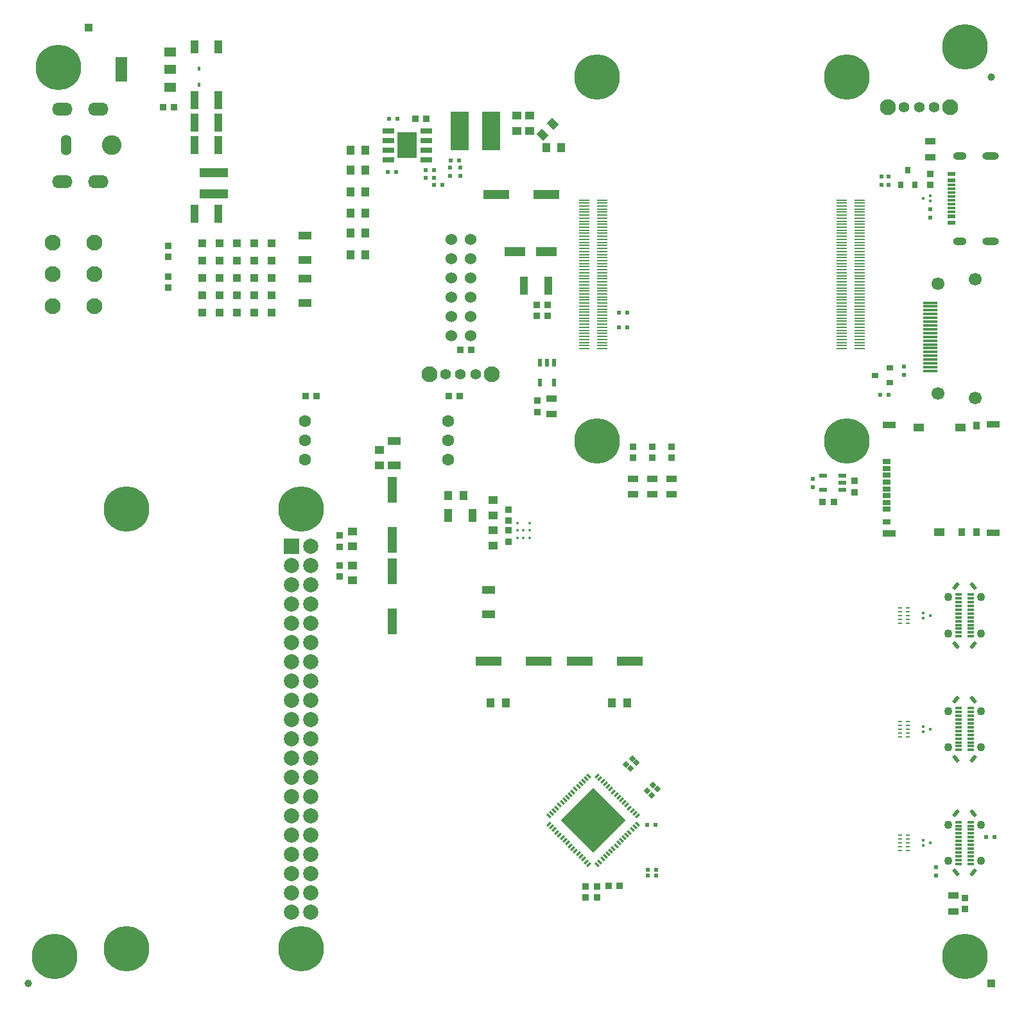
<source format=gbr>
%TF.GenerationSoftware,Altium Limited,Altium Designer,22.2.1 (43)*%
G04 Layer_Color=255*
%FSLAX26Y26*%
%MOIN*%
%TF.SameCoordinates,92DA24ED-A250-4A13-B4DD-B7D196A9CFE6*%
%TF.FilePolarity,Positive*%
%TF.FileFunction,Pads,Top*%
%TF.Part,Single*%
G01*
G75*
%TA.AperFunction,ConnectorPad*%
%ADD10R,0.043307X0.023622*%
%ADD11R,0.043307X0.011811*%
%TA.AperFunction,SMDPad,CuDef*%
G04:AMPARAMS|DCode=12|XSize=19.685mil|YSize=40.551mil|CornerRadius=0mil|HoleSize=0mil|Usage=FLASHONLY|Rotation=140.000|XOffset=0mil|YOffset=0mil|HoleType=Round|Shape=Rectangle|*
%AMROTATEDRECTD12*
4,1,4,0.020573,0.009205,-0.005493,-0.021859,-0.020573,-0.009205,0.005493,0.021859,0.020573,0.009205,0.0*
%
%ADD12ROTATEDRECTD12*%

G04:AMPARAMS|DCode=13|XSize=19.685mil|YSize=40.551mil|CornerRadius=0mil|HoleSize=0mil|Usage=FLASHONLY|Rotation=40.000|XOffset=0mil|YOffset=0mil|HoleType=Round|Shape=Rectangle|*
%AMROTATEDRECTD13*
4,1,4,0.005493,-0.021859,-0.020573,0.009205,-0.005493,0.021859,0.020573,-0.009205,0.005493,-0.021859,0.0*
%
%ADD13ROTATEDRECTD13*%

%ADD14R,0.033465X0.011811*%
%TA.AperFunction,BGAPad,CuDef*%
%ADD15C,0.013780*%
%TA.AperFunction,SMDPad,CuDef*%
%ADD16R,0.092520X0.200787*%
%ADD17R,0.011811X0.011811*%
%ADD18R,0.043307X0.023622*%
%ADD19R,0.031496X0.035433*%
%ADD20R,0.062992X0.047244*%
%ADD21R,0.062992X0.129921*%
%ADD22R,0.018701X0.007874*%
%ADD23R,0.017716X0.023228*%
%ADD24R,0.102362X0.137795*%
%ADD25R,0.059055X0.031496*%
%TA.AperFunction,BGAPad,CuDef*%
%ADD26R,0.041732X0.041732*%
%TA.AperFunction,SMDPad,CuDef*%
%ADD27R,0.023622X0.023622*%
%ADD28P,0.334066X4X270.0*%
G04:AMPARAMS|DCode=29|XSize=11.024mil|YSize=27.165mil|CornerRadius=0mil|HoleSize=0mil|Usage=FLASHONLY|Rotation=315.000|XOffset=0mil|YOffset=0mil|HoleType=Round|Shape=Rectangle|*
%AMROTATEDRECTD29*
4,1,4,-0.013502,-0.005707,0.005707,0.013502,0.013502,0.005707,-0.005707,-0.013502,-0.013502,-0.005707,0.0*
%
%ADD29ROTATEDRECTD29*%

G04:AMPARAMS|DCode=30|XSize=11.024mil|YSize=27.165mil|CornerRadius=0mil|HoleSize=0mil|Usage=FLASHONLY|Rotation=45.000|XOffset=0mil|YOffset=0mil|HoleType=Round|Shape=Rectangle|*
%AMROTATEDRECTD30*
4,1,4,0.005707,-0.013502,-0.013502,0.005707,-0.005707,0.013502,0.013502,-0.005707,0.005707,-0.013502,0.0*
%
%ADD30ROTATEDRECTD30*%

%ADD31R,0.145669X0.047244*%
%ADD32R,0.055118X0.035433*%
%ADD33R,0.074803X0.011811*%
%ADD34R,0.070866X0.039370*%
%ADD35R,0.133858X0.047244*%
%ADD36R,0.110236X0.047244*%
%ADD37R,0.056299X0.007874*%
%ADD38R,0.039370X0.049213*%
%ADD39R,0.035433X0.033465*%
%ADD40P,0.033407X4X270.0*%
%ADD41R,0.033465X0.039370*%
%ADD42R,0.055118X0.044488*%
%ADD43R,0.066929X0.035433*%
%ADD44R,0.039370X0.025591*%
%ADD45R,0.047244X0.133858*%
%ADD46R,0.049213X0.039370*%
%ADD47R,0.043307X0.094488*%
%ADD48R,0.033465X0.035433*%
%ADD49R,0.023622X0.023622*%
%ADD50R,0.035433X0.031496*%
%ADD51R,0.023622X0.043307*%
%ADD52R,0.039370X0.070866*%
G04:AMPARAMS|DCode=53|XSize=39.37mil|YSize=49.213mil|CornerRadius=0mil|HoleSize=0mil|Usage=FLASHONLY|Rotation=45.000|XOffset=0mil|YOffset=0mil|HoleType=Round|Shape=Rectangle|*
%AMROTATEDRECTD53*
4,1,4,0.003480,-0.031319,-0.031319,0.003480,-0.003480,0.031319,0.031319,-0.003480,0.003480,-0.031319,0.0*
%
%ADD53ROTATEDRECTD53*%

%TA.AperFunction,FiducialPad,Global*%
%ADD54C,0.039370*%
%ADD55R,0.039370X0.039370*%
%TA.AperFunction,ComponentPad*%
%ADD67O,0.086614X0.039370*%
%ADD68O,0.070866X0.039370*%
%ADD69C,0.043307*%
%ADD70C,0.082677*%
%ADD71C,0.078740*%
%ADD72R,0.078740X0.078740*%
%ADD73O,0.106299X0.066929*%
%ADD74C,0.102362*%
%ADD75O,0.055118X0.106299*%
%ADD76C,0.055118*%
%ADD77C,0.062992*%
%ADD78C,0.236220*%
%ADD79C,0.066929*%
%ADD80C,0.060000*%
D10*
X5836614Y5212598D02*
D03*
Y5244095D02*
D03*
Y5023622D02*
D03*
Y4992126D02*
D03*
D11*
Y5049213D02*
D03*
Y5068898D02*
D03*
Y5088583D02*
D03*
Y5108268D02*
D03*
Y5127953D02*
D03*
Y5147638D02*
D03*
Y5167323D02*
D03*
Y5187008D02*
D03*
D12*
X5950197Y2800000D02*
D03*
X5860827Y3105512D02*
D03*
X5950197Y1618898D02*
D03*
X5860827Y1924409D02*
D03*
X5950197Y2209449D02*
D03*
X5860827Y2514961D02*
D03*
D13*
Y2800000D02*
D03*
X5950197Y3105512D02*
D03*
X5860827Y1618898D02*
D03*
X5950197Y1924409D02*
D03*
X5860827Y2209449D02*
D03*
X5950197Y2514961D02*
D03*
D14*
X5938189Y2844488D02*
D03*
Y2864173D02*
D03*
Y2883858D02*
D03*
Y2903543D02*
D03*
Y2923228D02*
D03*
Y2942913D02*
D03*
Y2962598D02*
D03*
Y2982284D02*
D03*
Y3001968D02*
D03*
Y3021653D02*
D03*
Y3041339D02*
D03*
Y3061024D02*
D03*
X5872835D02*
D03*
Y3041339D02*
D03*
Y3021653D02*
D03*
Y3001968D02*
D03*
Y2982284D02*
D03*
Y2962598D02*
D03*
Y2942913D02*
D03*
Y2923228D02*
D03*
Y2903543D02*
D03*
Y2883858D02*
D03*
Y2864173D02*
D03*
Y2844488D02*
D03*
X5938189Y1663386D02*
D03*
Y1683071D02*
D03*
Y1702756D02*
D03*
Y1722441D02*
D03*
Y1742126D02*
D03*
Y1761811D02*
D03*
Y1781496D02*
D03*
Y1801181D02*
D03*
Y1820866D02*
D03*
Y1840551D02*
D03*
Y1860236D02*
D03*
Y1879921D02*
D03*
X5872835D02*
D03*
Y1860236D02*
D03*
Y1840551D02*
D03*
Y1820866D02*
D03*
Y1801181D02*
D03*
Y1781496D02*
D03*
Y1761811D02*
D03*
Y1742126D02*
D03*
Y1722441D02*
D03*
Y1702756D02*
D03*
Y1683071D02*
D03*
Y1663386D02*
D03*
X5938189Y2253937D02*
D03*
Y2273622D02*
D03*
Y2293307D02*
D03*
Y2312992D02*
D03*
Y2332677D02*
D03*
Y2352362D02*
D03*
Y2372047D02*
D03*
Y2391732D02*
D03*
Y2411417D02*
D03*
Y2431102D02*
D03*
Y2450787D02*
D03*
Y2470472D02*
D03*
X5872835D02*
D03*
Y2450787D02*
D03*
Y2431102D02*
D03*
Y2411417D02*
D03*
Y2391732D02*
D03*
Y2372047D02*
D03*
Y2352362D02*
D03*
Y2332677D02*
D03*
Y2312992D02*
D03*
Y2293307D02*
D03*
Y2273622D02*
D03*
Y2253937D02*
D03*
D15*
X3614173Y3393701D02*
D03*
Y3354331D02*
D03*
X3582677D02*
D03*
Y3393701D02*
D03*
Y3433071D02*
D03*
X3645669Y3354331D02*
D03*
Y3393701D02*
D03*
Y3433071D02*
D03*
D16*
X3447835Y5468504D02*
D03*
X3284449D02*
D03*
D17*
X5691929Y5118110D02*
D03*
X5725394Y5131890D02*
D03*
Y5104331D02*
D03*
Y1771653D02*
D03*
X5691929Y1757874D02*
D03*
Y1785433D02*
D03*
X5725394Y2362205D02*
D03*
X5691929Y2348425D02*
D03*
Y2375984D02*
D03*
X5725394Y2952756D02*
D03*
X5691929Y2938976D02*
D03*
Y2966535D02*
D03*
D18*
X5271654Y3604331D02*
D03*
X5169291Y3679134D02*
D03*
Y3604331D02*
D03*
X5271654Y3641732D02*
D03*
Y3679134D02*
D03*
D19*
X5610236Y5265748D02*
D03*
X5647638Y5187008D02*
D03*
X5572835D02*
D03*
D20*
X1779528Y5696850D02*
D03*
Y5787402D02*
D03*
Y5877953D02*
D03*
D21*
X1527559Y5787402D02*
D03*
D22*
X5571850Y2913386D02*
D03*
Y2933071D02*
D03*
Y2952756D02*
D03*
Y2972441D02*
D03*
Y2992126D02*
D03*
X5609252D02*
D03*
Y2972441D02*
D03*
Y2952756D02*
D03*
Y2933071D02*
D03*
Y2913386D02*
D03*
X5571850Y1732283D02*
D03*
Y1751968D02*
D03*
Y1771653D02*
D03*
Y1791339D02*
D03*
Y1811024D02*
D03*
X5609252D02*
D03*
Y1791339D02*
D03*
Y1771653D02*
D03*
Y1751968D02*
D03*
Y1732283D02*
D03*
X5571850Y2322835D02*
D03*
Y2342520D02*
D03*
Y2362205D02*
D03*
Y2381890D02*
D03*
Y2401575D02*
D03*
X5609252D02*
D03*
Y2381890D02*
D03*
Y2362205D02*
D03*
Y2342520D02*
D03*
Y2322835D02*
D03*
D23*
X1929134Y5793307D02*
D03*
Y5708661D02*
D03*
D24*
X3011811Y5393701D02*
D03*
D25*
X2913386Y5468701D02*
D03*
Y5418701D02*
D03*
Y5318701D02*
D03*
Y5368701D02*
D03*
X3110236D02*
D03*
Y5318701D02*
D03*
Y5418701D02*
D03*
Y5468701D02*
D03*
D26*
X2216142Y4885039D02*
D03*
X2306299D02*
D03*
X1945669D02*
D03*
X2035827D02*
D03*
X2125984D02*
D03*
X2216142Y4794882D02*
D03*
X2306299D02*
D03*
X1945669D02*
D03*
X2035827D02*
D03*
X2125984D02*
D03*
X2216142Y4704724D02*
D03*
X2306299D02*
D03*
X1945669D02*
D03*
X2035827D02*
D03*
X2125984D02*
D03*
Y4614567D02*
D03*
X2035827D02*
D03*
X1945669D02*
D03*
X2306299D02*
D03*
X2216142D02*
D03*
X2125984Y4524409D02*
D03*
X2035827D02*
D03*
X1945669D02*
D03*
X2306299D02*
D03*
X2216142D02*
D03*
D27*
X4257874Y1866142D02*
D03*
X4301181D02*
D03*
X5467717Y4100000D02*
D03*
X5511024D02*
D03*
X4110827Y4525000D02*
D03*
X4154134D02*
D03*
X4110827Y4450000D02*
D03*
X4154134D02*
D03*
X2915354Y5531496D02*
D03*
X2958661D02*
D03*
X6061024Y1803150D02*
D03*
X6017717D02*
D03*
X3151575Y5188976D02*
D03*
X3194882D02*
D03*
X2954724Y5255905D02*
D03*
X2911417D02*
D03*
X3151575Y5263779D02*
D03*
X3108268D02*
D03*
X3238189Y5314961D02*
D03*
X3281496D02*
D03*
X3108268Y5224409D02*
D03*
X3151575D02*
D03*
X4261811Y1601378D02*
D03*
X4305118D02*
D03*
X4261811Y1632874D02*
D03*
X4305118D02*
D03*
D28*
X3976378Y1889764D02*
D03*
D29*
X4109309Y2008775D02*
D03*
X4123228Y1994855D02*
D03*
X4137147Y1980936D02*
D03*
X4151067Y1967017D02*
D03*
X4164986Y1953097D02*
D03*
X4178906Y1939178D02*
D03*
X4192825Y1925258D02*
D03*
X4206744Y1911339D02*
D03*
X4095389Y2022694D02*
D03*
X4081470Y2036614D02*
D03*
X4067550Y2050533D02*
D03*
X4053631Y2064453D02*
D03*
X4039711Y2078372D02*
D03*
X4025792Y2092291D02*
D03*
X4011872Y2106211D02*
D03*
X3997953Y2120130D02*
D03*
X3843448Y1770753D02*
D03*
X3829528Y1784672D02*
D03*
X3815609Y1798592D02*
D03*
X3801689Y1812511D02*
D03*
X3787770Y1826430D02*
D03*
X3773850Y1840350D02*
D03*
X3759931Y1854269D02*
D03*
X3746012Y1868189D02*
D03*
X3857367Y1756833D02*
D03*
X3871286Y1742914D02*
D03*
X3885206Y1728994D02*
D03*
X3899125Y1715075D02*
D03*
X3913045Y1701156D02*
D03*
X3926964Y1687236D02*
D03*
X3940883Y1673317D02*
D03*
X3954803Y1659397D02*
D03*
D30*
X3857367Y2022694D02*
D03*
X3871286Y2036614D02*
D03*
X3885206Y2050533D02*
D03*
X3899125Y2064453D02*
D03*
X3913045Y2078372D02*
D03*
X3926964Y2092291D02*
D03*
X3940883Y2106211D02*
D03*
X3954803Y2120130D02*
D03*
X3843448Y2008775D02*
D03*
X3829528Y1994855D02*
D03*
X3815609Y1980936D02*
D03*
X3801689Y1967017D02*
D03*
X3787770Y1953097D02*
D03*
X3773850Y1939178D02*
D03*
X3759931Y1925258D02*
D03*
X3746012Y1911339D02*
D03*
X4095389Y1756833D02*
D03*
X4081470Y1742914D02*
D03*
X4067550Y1728994D02*
D03*
X4053631Y1715075D02*
D03*
X4039711Y1701156D02*
D03*
X4025792Y1687236D02*
D03*
X4011872Y1673317D02*
D03*
X3997953Y1659397D02*
D03*
X4109309Y1770753D02*
D03*
X4123228Y1784672D02*
D03*
X4137147Y1798592D02*
D03*
X4151067Y1812511D02*
D03*
X4164986Y1826430D02*
D03*
X4178906Y1840350D02*
D03*
X4192825Y1854269D02*
D03*
X4206744Y1868189D02*
D03*
D31*
X2007874Y5141732D02*
D03*
Y5251968D02*
D03*
D32*
X5728346Y5332677D02*
D03*
Y5415354D02*
D03*
X4182480Y3663386D02*
D03*
Y3580709D02*
D03*
X3761220Y3997441D02*
D03*
Y4080118D02*
D03*
X4282480Y3663386D02*
D03*
Y3580709D02*
D03*
X4382480Y3663386D02*
D03*
Y3580709D02*
D03*
X5846457Y1415354D02*
D03*
Y1498032D02*
D03*
D33*
X5728346Y4576772D02*
D03*
Y4557087D02*
D03*
Y4537402D02*
D03*
Y4498032D02*
D03*
Y4458661D02*
D03*
Y4517717D02*
D03*
Y4478346D02*
D03*
Y4438976D02*
D03*
Y4419291D02*
D03*
Y4399606D02*
D03*
Y4222441D02*
D03*
Y4242126D02*
D03*
Y4281496D02*
D03*
Y4320866D02*
D03*
Y4261811D02*
D03*
Y4301181D02*
D03*
Y4340551D02*
D03*
Y4360236D02*
D03*
Y4379921D02*
D03*
D34*
X3435039Y3084646D02*
D03*
Y2958661D02*
D03*
X2480315Y4925197D02*
D03*
Y4799213D02*
D03*
X2944882Y3732284D02*
D03*
Y3858268D02*
D03*
X2480315Y4574803D02*
D03*
Y4700787D02*
D03*
D35*
X3472441Y5137795D02*
D03*
X3732284D02*
D03*
X3905512Y2716535D02*
D03*
X4165354D02*
D03*
X3692913D02*
D03*
X3433071D02*
D03*
D36*
X3734252Y4842520D02*
D03*
X3568898D02*
D03*
D37*
X5361811Y4732283D02*
D03*
Y4748032D02*
D03*
Y4763780D02*
D03*
Y4779528D02*
D03*
Y4795276D02*
D03*
Y4811024D02*
D03*
Y4826772D02*
D03*
Y4842520D02*
D03*
Y4858268D02*
D03*
Y4874016D02*
D03*
Y4889764D02*
D03*
Y4905512D02*
D03*
Y4921260D02*
D03*
Y4937008D02*
D03*
Y4952756D02*
D03*
Y4968504D02*
D03*
Y4984252D02*
D03*
Y5000000D02*
D03*
Y5015748D02*
D03*
Y5031496D02*
D03*
Y5047244D02*
D03*
Y5062992D02*
D03*
Y5078740D02*
D03*
Y5094488D02*
D03*
Y5110236D02*
D03*
Y4338583D02*
D03*
Y4354331D02*
D03*
Y4370079D02*
D03*
Y4385827D02*
D03*
Y4401575D02*
D03*
Y4417323D02*
D03*
Y4433071D02*
D03*
Y4448819D02*
D03*
Y4464567D02*
D03*
Y4480315D02*
D03*
Y4496063D02*
D03*
Y4511811D02*
D03*
Y4527559D02*
D03*
Y4543307D02*
D03*
Y4559055D02*
D03*
Y4574803D02*
D03*
Y4590551D02*
D03*
Y4606299D02*
D03*
Y4622047D02*
D03*
Y4637795D02*
D03*
Y4653543D02*
D03*
Y4669291D02*
D03*
Y4685039D02*
D03*
Y4700788D02*
D03*
Y4716535D02*
D03*
X5268110Y4732283D02*
D03*
Y4748032D02*
D03*
Y4763780D02*
D03*
Y4779528D02*
D03*
Y4795276D02*
D03*
Y4811024D02*
D03*
Y4826772D02*
D03*
Y4842520D02*
D03*
Y4858268D02*
D03*
Y4874016D02*
D03*
Y4889764D02*
D03*
Y4905512D02*
D03*
Y4921260D02*
D03*
Y4937008D02*
D03*
Y4952756D02*
D03*
Y4968504D02*
D03*
Y4984252D02*
D03*
Y5000000D02*
D03*
Y5015748D02*
D03*
Y5031496D02*
D03*
Y5047244D02*
D03*
Y5062992D02*
D03*
Y5078740D02*
D03*
Y5094488D02*
D03*
Y5110236D02*
D03*
Y4338583D02*
D03*
Y4354331D02*
D03*
Y4370079D02*
D03*
Y4385827D02*
D03*
Y4401575D02*
D03*
Y4417323D02*
D03*
Y4433071D02*
D03*
Y4448819D02*
D03*
Y4464567D02*
D03*
Y4480315D02*
D03*
Y4496063D02*
D03*
Y4511811D02*
D03*
Y4527559D02*
D03*
Y4543307D02*
D03*
Y4559055D02*
D03*
Y4574803D02*
D03*
Y4590551D02*
D03*
Y4606299D02*
D03*
Y4622047D02*
D03*
Y4637795D02*
D03*
Y4653543D02*
D03*
Y4669291D02*
D03*
Y4685039D02*
D03*
Y4700788D02*
D03*
Y4716535D02*
D03*
X4023228Y4732283D02*
D03*
Y4748032D02*
D03*
Y4763780D02*
D03*
Y4779528D02*
D03*
Y4795276D02*
D03*
Y4811024D02*
D03*
Y4826772D02*
D03*
Y4842520D02*
D03*
Y4858268D02*
D03*
Y4874016D02*
D03*
Y4889764D02*
D03*
Y4905512D02*
D03*
Y4921260D02*
D03*
Y4937008D02*
D03*
Y4952756D02*
D03*
Y4968504D02*
D03*
Y4984252D02*
D03*
Y5000000D02*
D03*
Y5015748D02*
D03*
Y5031496D02*
D03*
Y5047244D02*
D03*
Y5062992D02*
D03*
Y5078740D02*
D03*
Y5094488D02*
D03*
Y5110236D02*
D03*
Y4338583D02*
D03*
Y4354331D02*
D03*
Y4370079D02*
D03*
Y4385827D02*
D03*
Y4401575D02*
D03*
Y4417323D02*
D03*
Y4433071D02*
D03*
Y4448819D02*
D03*
Y4464567D02*
D03*
Y4480315D02*
D03*
Y4496063D02*
D03*
Y4511811D02*
D03*
Y4527559D02*
D03*
Y4543307D02*
D03*
Y4559055D02*
D03*
Y4574803D02*
D03*
Y4590551D02*
D03*
Y4606299D02*
D03*
Y4622047D02*
D03*
Y4637795D02*
D03*
Y4653543D02*
D03*
Y4669291D02*
D03*
Y4685039D02*
D03*
Y4700788D02*
D03*
Y4716535D02*
D03*
X3929528Y4732283D02*
D03*
Y4748032D02*
D03*
Y4763780D02*
D03*
Y4779528D02*
D03*
Y4795276D02*
D03*
Y4811024D02*
D03*
Y4826772D02*
D03*
Y4842520D02*
D03*
Y4858268D02*
D03*
Y4874016D02*
D03*
Y4889764D02*
D03*
Y4905512D02*
D03*
Y4921260D02*
D03*
Y4937008D02*
D03*
Y4952756D02*
D03*
Y4968504D02*
D03*
Y4984252D02*
D03*
Y5000000D02*
D03*
Y5015748D02*
D03*
Y5031496D02*
D03*
Y5047244D02*
D03*
Y5062992D02*
D03*
Y5078740D02*
D03*
Y5094488D02*
D03*
Y5110236D02*
D03*
Y4338583D02*
D03*
Y4354331D02*
D03*
Y4370079D02*
D03*
Y4385827D02*
D03*
Y4401575D02*
D03*
Y4417323D02*
D03*
Y4433071D02*
D03*
Y4448819D02*
D03*
Y4464567D02*
D03*
Y4480315D02*
D03*
Y4496063D02*
D03*
Y4511811D02*
D03*
Y4527559D02*
D03*
Y4543307D02*
D03*
Y4559055D02*
D03*
Y4574803D02*
D03*
Y4590551D02*
D03*
Y4606299D02*
D03*
Y4622047D02*
D03*
Y4637795D02*
D03*
Y4653543D02*
D03*
Y4669291D02*
D03*
Y4685039D02*
D03*
Y4700788D02*
D03*
Y4716535D02*
D03*
D38*
X2716535Y5370065D02*
D03*
X2795276D02*
D03*
X4074803Y2500000D02*
D03*
X4153543D02*
D03*
X3523622D02*
D03*
X3444882D02*
D03*
X3303150Y3574803D02*
D03*
X3224409D02*
D03*
X3811024Y5381890D02*
D03*
X3732283D02*
D03*
X2716535Y4826759D02*
D03*
X2795276D02*
D03*
X2716535Y4936995D02*
D03*
X2795276D02*
D03*
X2716535Y5043294D02*
D03*
X2795276D02*
D03*
X2716535Y5153530D02*
D03*
X2795276D02*
D03*
X2716535Y5263766D02*
D03*
X2795276D02*
D03*
D39*
X5334646Y3650590D02*
D03*
Y3593504D02*
D03*
X2661417Y3367126D02*
D03*
Y3310039D02*
D03*
Y3156496D02*
D03*
Y3213583D02*
D03*
X4182480Y3827756D02*
D03*
Y3770669D02*
D03*
X3686220Y4010236D02*
D03*
Y4067323D02*
D03*
X4282480Y3770669D02*
D03*
Y3827756D02*
D03*
X4382480Y3770669D02*
D03*
Y3827756D02*
D03*
X3535433Y3336614D02*
D03*
Y3393701D02*
D03*
Y3500984D02*
D03*
Y3443898D02*
D03*
X1771653Y4871063D02*
D03*
Y4813976D02*
D03*
Y4713583D02*
D03*
Y4656496D02*
D03*
X5905512Y1428150D02*
D03*
Y1485236D02*
D03*
X5728346Y5245079D02*
D03*
Y5187992D02*
D03*
X3996063Y1487205D02*
D03*
Y1544291D02*
D03*
X3937008D02*
D03*
Y1487205D02*
D03*
D40*
X4148074Y2179571D02*
D03*
X4178697Y2210193D02*
D03*
X4279964Y2020122D02*
D03*
X4310587Y2050744D02*
D03*
X4256342Y2041775D02*
D03*
X4286965Y2072398D02*
D03*
X4169728Y2157917D02*
D03*
X4200351Y2188540D02*
D03*
D41*
X5966732Y3937008D02*
D03*
Y3385827D02*
D03*
X5890748D02*
D03*
D42*
X5774606Y3383858D02*
D03*
X5668307Y3927165D02*
D03*
X5882874D02*
D03*
D43*
X5514764Y3379921D02*
D03*
Y3942913D02*
D03*
X6054134Y3381009D02*
D03*
X6054492Y3944016D02*
D03*
D44*
X5500000Y3440157D02*
D03*
Y3539370D02*
D03*
Y3574803D02*
D03*
Y3610236D02*
D03*
Y3645669D02*
D03*
Y3681102D02*
D03*
Y3716535D02*
D03*
Y3751968D02*
D03*
Y3503937D02*
D03*
D45*
X2933661Y3606102D02*
D03*
Y3346260D02*
D03*
Y2921260D02*
D03*
Y3181102D02*
D03*
D46*
X2728346Y3389764D02*
D03*
Y3311023D02*
D03*
X2728347Y3133858D02*
D03*
Y3212598D02*
D03*
X2866142Y3811024D02*
D03*
Y3732283D02*
D03*
X3456693Y3314961D02*
D03*
Y3393701D02*
D03*
Y3551181D02*
D03*
Y3472441D02*
D03*
X3578740Y5547244D02*
D03*
Y5468504D02*
D03*
X3645669Y5547244D02*
D03*
Y5468504D02*
D03*
D47*
X3618110Y4665354D02*
D03*
X3744095D02*
D03*
X1905512Y5629921D02*
D03*
X2031496D02*
D03*
X1905512Y5511811D02*
D03*
X2031496D02*
D03*
X1905512Y5393701D02*
D03*
X2031496D02*
D03*
X1905512Y5039370D02*
D03*
X2031496D02*
D03*
D48*
X3682087Y4566929D02*
D03*
X3739173D02*
D03*
X3682087Y4507874D02*
D03*
X3739173D02*
D03*
X3343504Y4330709D02*
D03*
X3286417D02*
D03*
X2540354Y4090551D02*
D03*
X2483268D02*
D03*
X3284449D02*
D03*
X3227362D02*
D03*
X1800197Y5590551D02*
D03*
X1743110D02*
D03*
X5225394Y3543307D02*
D03*
X5168307D02*
D03*
X3111220Y5531496D02*
D03*
X3054134D02*
D03*
X4115158Y1547244D02*
D03*
X4058071D02*
D03*
D49*
X5589370Y4203346D02*
D03*
Y4246654D02*
D03*
X5118110Y3663386D02*
D03*
Y3620079D02*
D03*
X5755905Y1600394D02*
D03*
Y1643701D02*
D03*
X5728346Y5061024D02*
D03*
Y5017717D02*
D03*
X3232284Y5234252D02*
D03*
Y5277559D02*
D03*
X3287402Y5234252D02*
D03*
Y5277559D02*
D03*
X5472441Y5230315D02*
D03*
Y5187008D02*
D03*
X5511811D02*
D03*
Y5230315D02*
D03*
D50*
X5439370Y4200000D02*
D03*
X5518110Y4237402D02*
D03*
Y4162598D02*
D03*
D51*
X3773622Y4264961D02*
D03*
X3698819Y4162598D02*
D03*
X3773622D02*
D03*
X3736220Y4264961D02*
D03*
X3698819D02*
D03*
D52*
X1905512Y5905512D02*
D03*
X2031496D02*
D03*
X3224410Y3472441D02*
D03*
X3350394D02*
D03*
D53*
X3767996Y5504217D02*
D03*
X3712319Y5448539D02*
D03*
D54*
X1043307Y1043307D02*
D03*
X6043307Y5748032D02*
D03*
D55*
Y1043307D02*
D03*
X1358268Y6003937D02*
D03*
D67*
X6039370Y4896850D02*
D03*
Y5339370D02*
D03*
D68*
X5881890Y4896850D02*
D03*
Y5339370D02*
D03*
D69*
X5820866Y2858268D02*
D03*
Y3047244D02*
D03*
X5990158D02*
D03*
Y2858268D02*
D03*
X5820866Y1677165D02*
D03*
Y1866142D02*
D03*
X5990158D02*
D03*
Y1677165D02*
D03*
X5820866Y2267716D02*
D03*
Y2456693D02*
D03*
X5990158D02*
D03*
Y2267716D02*
D03*
D70*
X1387795Y4889764D02*
D03*
Y4724409D02*
D03*
Y4559055D02*
D03*
X1171260Y4889764D02*
D03*
Y4724409D02*
D03*
Y4559055D02*
D03*
X5507874Y5590551D02*
D03*
X5830709D02*
D03*
X3448819Y4204724D02*
D03*
X3125984D02*
D03*
D71*
X2510866Y1412205D02*
D03*
X2410866D02*
D03*
X2510866Y1512205D02*
D03*
X2410866D02*
D03*
X2510866Y1612205D02*
D03*
X2410866D02*
D03*
X2510866Y1712205D02*
D03*
X2410866D02*
D03*
X2510866Y1812205D02*
D03*
X2410866D02*
D03*
X2510866Y1912205D02*
D03*
X2410866D02*
D03*
X2510866Y2012205D02*
D03*
X2410866D02*
D03*
X2510866Y2112205D02*
D03*
X2410866D02*
D03*
X2510866Y2212205D02*
D03*
X2410866D02*
D03*
X2510866Y2312205D02*
D03*
X2410866D02*
D03*
X2510866Y2412205D02*
D03*
X2410866D02*
D03*
X2510866Y2512205D02*
D03*
X2410866D02*
D03*
X2510866Y2612205D02*
D03*
X2410866D02*
D03*
X2510866Y2712205D02*
D03*
X2410866D02*
D03*
X2510866Y2812205D02*
D03*
X2410866D02*
D03*
X2510866Y2912205D02*
D03*
X2410866D02*
D03*
X2510866Y3012205D02*
D03*
X2410866D02*
D03*
X2510866Y3112205D02*
D03*
X2410866D02*
D03*
X2510866Y3212205D02*
D03*
X2410866D02*
D03*
X2510866Y3312205D02*
D03*
D72*
X2410866D02*
D03*
D73*
X1405512Y5206693D02*
D03*
Y5580709D02*
D03*
X1220472D02*
D03*
Y5206693D02*
D03*
D74*
X1476378Y5393701D02*
D03*
D75*
X1240158D02*
D03*
D76*
X5748032Y5590551D02*
D03*
X5669291D02*
D03*
X5590551D02*
D03*
X3208661Y4204724D02*
D03*
X3287402D02*
D03*
X3366142D02*
D03*
D77*
X3224409Y3962205D02*
D03*
Y3862205D02*
D03*
Y3762205D02*
D03*
X2480315Y3962205D02*
D03*
Y3862205D02*
D03*
Y3762205D02*
D03*
D78*
X5905512Y5905512D02*
D03*
X2460630Y3503937D02*
D03*
X1181102Y1181102D02*
D03*
X1200000Y5800000D02*
D03*
X5905512Y1181102D02*
D03*
X3996063Y3858268D02*
D03*
X5295276D02*
D03*
X3996063Y5748032D02*
D03*
X5295276D02*
D03*
X1555118Y3503937D02*
D03*
X2460630Y1220472D02*
D03*
X1555118D02*
D03*
D79*
X5960630Y4080709D02*
D03*
X5767717Y4104331D02*
D03*
X5960630Y4698819D02*
D03*
X5767717Y4675197D02*
D03*
D80*
X3339961Y4406299D02*
D03*
X3239961D02*
D03*
X3339961Y4806299D02*
D03*
X3239961D02*
D03*
Y4906299D02*
D03*
X3339961D02*
D03*
Y4706299D02*
D03*
X3239961D02*
D03*
X3339961Y4606299D02*
D03*
X3239961D02*
D03*
X3339961Y4506299D02*
D03*
X3239961D02*
D03*
%TF.MD5,07e0786c547ca1b78305233202f11257*%
M02*

</source>
